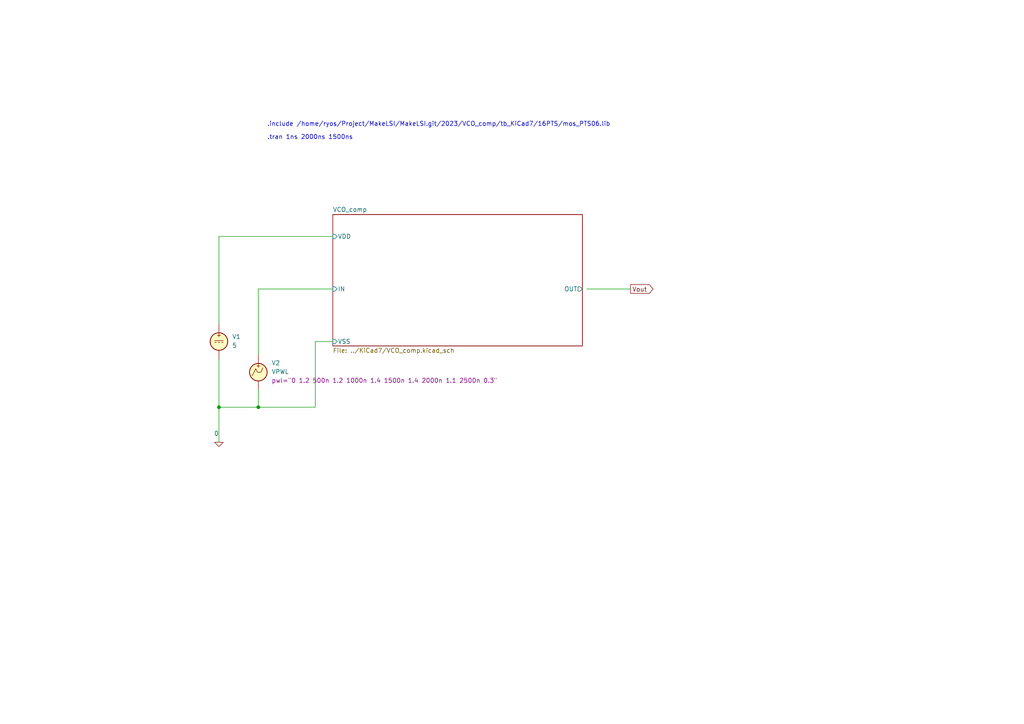
<source format=kicad_sch>
(kicad_sch (version 20230121) (generator eeschema)
  (paper "A4")
  (lib_symbols
    (symbol "OR1Symbols:0" (power) (pin_names (offset 0))
      (property "Value" "0" (at 0 -1.27 0))
      (symbol "0_0_1"
        (polyline (pts (xy -1.27 0) (xy 1.27 0) (xy 0 -1.27) (xy -1.27 0)))
      )
      (symbol "0_1_1"
        (pin power_in line (at 0 0 180) (length 0) hide (name "0") (number "1"))
      )
    )
    (symbol "Simulation_SPICE:VDC" (pin_numbers hide) (pin_names (offset 0.0254))
      (property "Reference" "V" (at 2.54 2.54 0))
      (property "Value" "1" (at 2.54 0 0))
      (symbol "VDC_0_0"
        (polyline (pts (xy -1.27 0.254) (xy 1.27 0.254)))
        (polyline (pts (xy -0.762 -0.254) (xy -1.27 -0.254)))
        (polyline (pts (xy 0.254 -0.254) (xy -0.254 -0.254)))
        (polyline (pts (xy 1.27 -0.254) (xy 0.762 -0.254)))
        (text "+" (at 0 1.905 0) (effects (font (size 1.27 1.27))))
      )
      (symbol "VDC_0_1"
        (circle (center 0 0) (radius 2.54) (stroke (width 0.254)) (fill (type background)))
      )
      (symbol "VDC_1_1"
        (pin passive line (at 0 5.08 270) (length 2.54) (name "~") (number "1"))
        (pin passive line (at 0 -5.08 90) (length 2.54) (name "~") (number "2"))
      )
    )
    (symbol "Simulation_SPICE:VPWL" (pin_numbers hide) (pin_names (offset 0.0254))
      (property "Reference" "V" (at 2.54 2.54 0))
      (property "Value" "VPWL" (at 2.54 0 0))
      (property "Sim.Params" "pwl=\"0 -1 50n -1 51n 0 97n 1 171n -1 200n -1\"" (at 2.54 -2.54 0))
      (symbol "VPWL_0_0"
        (polyline (pts (xy -1.778 -1.016) (xy -0.762 1.016) (xy -0.254 0) (xy 0.762 0) (xy 1.27 1.27)))
        (text "+" (at 0 1.905 0) (effects (font (size 1.27 1.27))))
      )
      (symbol "VPWL_0_1"
        (circle (center 0 0) (radius 2.54) (stroke (width 0.254)) (fill (type background)))
      )
      (symbol "VPWL_1_1"
        (pin passive line (at 0 5.08 270) (length 2.54) (name "~") (number "1"))
        (pin passive line (at 0 -5.08 90) (length 2.54) (name "~") (number "2"))
      )
    )
  )
  (junction (at 63.5 118.11))
  (junction (at 74.93 118.11))
  (wire (pts (xy 63.5 68.58) (xy 63.5 93.98)))
  (wire (pts (xy 74.93 83.82) (xy 74.93 102.87)))
  (wire (pts (xy 63.5 118.11) (xy 63.5 128.27)))
  (wire (pts (xy 63.5 68.58) (xy 96.52 68.58)))
  (wire (pts (xy 63.5 104.14) (xy 63.5 118.11)))
  (wire (pts (xy 91.44 99.06) (xy 91.44 118.11)))
  (wire (pts (xy 96.52 99.06) (xy 91.44 99.06)))
  (wire (pts (xy 91.44 118.11) (xy 74.93 118.11)))
  (wire (pts (xy 74.93 83.82) (xy 96.52 83.82)))
  (wire (pts (xy 170.18 83.82) (xy 182.88 83.82)))
  (wire (pts (xy 74.93 113.03) (xy 74.93 118.11)))
  (wire (pts (xy 63.5 118.11) (xy 74.93 118.11)))
  (text ".tran 1ns 2000ns 1500ns" (at 77.47 40.64 0) (effects (font (size 1.27 1.27)) (justify left bottom)))
  (text ".include /home/ryos/Project/MakeLSI/MakeLSI.git/2023/VCO_comp/tb_KiCad7/16PTS/mos_PTS06.lib" (at 77.47 36.83 0) (effects (font (size 1.27 1.27)) (justify left bottom)))
  (global_label "Vout" (shape output) (at 182.88 83.82 0) (property "Intersheetrefs" "${INTERSHEET_REFS}" (effects hide)))
  (symbol (lib_id "Simulation_SPICE:VDC") (at 63.5 99.06 0) (unit 1)
    (property "Reference" "V1" (at 67.31 97.6602 0) (effects (justify left)))
    (property "Value" "5" (at 67.31 100.2002 0) (effects (justify left)))
    (property "Sim.Pins" "1=+ 2=-" (effects hide))
    (property "Sim.Type" "DC" (effects hide))
    (property "Sim.Device" "V" (effects hide))
  )
  (symbol (lib_id "Simulation_SPICE:VPWL") (at 74.93 107.95 0) (unit 1)
    (property "Reference" "V2" (at 78.74 105.2802 0) (effects (justify left)))
    (property "Value" "VPWL" (at 78.74 107.8202 0) (effects (justify left)))
    (property "Sim.Pins" "1=+ 2=-" (effects hide))
    (property "Sim.Device" "V" (effects hide))
    (property "Sim.Params" "pwl=\"0 1.2 500n 1.2 1000n 1.4 1500n 1.4 2000n 1.1 2500n 0.3\"" (at 78.74 110.3602 0) (effects (justify left)))
    (property "Sim.Type" "PWL" (effects hide))
  )
  (symbol (lib_id "OR1Symbols:0") (at 63.5 128.27 0) (unit 1)
    (property "Reference" "#GND01" (effects hide))
    (property "Value" "0" (at 63.5 125.73 0) (effects (justify right)))
  )
  (sheet (at 96.52 62.23) (size 72.39 38.1) (stroke (width 0.1524))
    (property "Sheetname" "VCO_comp" (at 96.52 61.5184 0) (effects (justify left bottom)))
    (property "Sheetfile" "../KiCad7/VCO_comp.kicad_sch" (at 96.52 100.9146 0) (effects (justify left top)))
    (pin "VSS" input (at 96.52 99.06 180))
    (pin "OUT" output (at 168.91 83.82 0))
    (pin "VDD" input (at 96.52 68.58 180))
    (pin "IN" input (at 96.52 83.82 180))
  )
)
</source>
